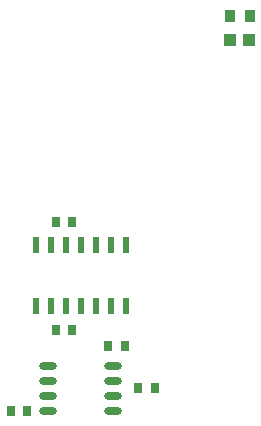
<source format=gtp>
G04 Layer: TopPasteMaskLayer*
G04 Panelize: , Column: 2, Row: 2, Board Size: 58.42mm x 58.42mm, Panelized Board Size: 118.84mm x 118.84mm*
G04 EasyEDA v6.5.34, 2023-08-21 18:11:39*
G04 f07168d6b74b40acbba529e65b5b2b20,5a6b42c53f6a479593ecc07194224c93,10*
G04 Gerber Generator version 0.2*
G04 Scale: 100 percent, Rotated: No, Reflected: No *
G04 Dimensions in millimeters *
G04 leading zeros omitted , absolute positions ,4 integer and 5 decimal *
%FSLAX45Y45*%
%MOMM*%

%ADD10O,1.5200122X0.5999988*%
%ADD11R,0.5600X1.4300*%
%ADD12R,0.8000X0.9000*%
%ADD13R,1.0000X1.1000*%
%ADD14R,0.8999X1.0000*%

%LPD*%
D10*
G01*
X3156889Y2235200D03*
G01*
X3156889Y2362200D03*
G01*
X3156889Y2489200D03*
G01*
X3156889Y2616200D03*
G01*
X2608910Y2235200D03*
G01*
X2608910Y2362200D03*
G01*
X2608910Y2489200D03*
G01*
X2608910Y2616200D03*
D11*
G01*
X2501900Y3116706D03*
G01*
X2628900Y3116706D03*
G01*
X2755900Y3116706D03*
G01*
X2882900Y3116706D03*
G01*
X3009900Y3116706D03*
G01*
X3136900Y3116706D03*
G01*
X3263900Y3116706D03*
G01*
X3263900Y3639693D03*
G01*
X3136900Y3639693D03*
G01*
X3009900Y3639693D03*
G01*
X2882900Y3639693D03*
G01*
X2755900Y3639693D03*
G01*
X2628900Y3639693D03*
G01*
X2501900Y3639693D03*
D12*
G01*
X2673197Y3835400D03*
G01*
X2813202Y3835400D03*
D13*
G01*
X4149090Y5372100D03*
G01*
X4309084Y5372100D03*
D14*
G01*
X4144086Y5575300D03*
G01*
X4314088Y5575300D03*
D12*
G01*
X2673197Y2921000D03*
G01*
X2813202Y2921000D03*
G01*
X3117697Y2781300D03*
G01*
X3257702Y2781300D03*
G01*
X3511702Y2425700D03*
G01*
X3371697Y2425700D03*
G01*
X2292197Y2235200D03*
G01*
X2432202Y2235200D03*
M02*

</source>
